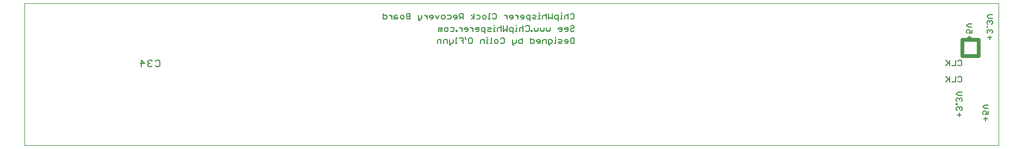
<source format=gbr>
G75*
%MOIN*%
%OFA0B0*%
%FSLAX24Y24*%
%IPPOS*%
%LPD*%
%AMOC8*
5,1,8,0,0,1.08239X$1,22.5*
%
%ADD10C,0.0000*%
%ADD11C,0.0240*%
%ADD12C,0.0060*%
%ADD13C,0.0080*%
D10*
X003851Y002794D02*
X003851Y011539D01*
X063593Y011539D01*
X063593Y002794D01*
X003851Y002794D01*
X003851Y005094D02*
X003851Y009494D01*
X016901Y011544D02*
X021301Y011544D01*
X041901Y011544D02*
X046301Y011544D01*
D11*
X061351Y009294D02*
X061351Y008294D01*
X062351Y008294D01*
X062351Y009294D01*
X061351Y009294D01*
D12*
X061687Y009438D02*
X061914Y009438D01*
X061801Y009551D02*
X061801Y009324D01*
X062937Y009438D02*
X063164Y009438D01*
X063051Y009551D02*
X063051Y009324D01*
X063164Y009693D02*
X063221Y009749D01*
X063221Y009863D01*
X063164Y009920D01*
X063107Y009920D01*
X063051Y009863D01*
X062994Y009920D01*
X062937Y009920D01*
X062881Y009863D01*
X062881Y009749D01*
X062937Y009693D01*
X063051Y009806D02*
X063051Y009863D01*
X062937Y010061D02*
X062937Y010118D01*
X062881Y010118D01*
X062881Y010061D01*
X062937Y010061D01*
X062937Y010245D02*
X062881Y010302D01*
X062881Y010415D01*
X062937Y010472D01*
X062994Y010472D01*
X063051Y010415D01*
X063051Y010359D01*
X063051Y010415D02*
X063107Y010472D01*
X063164Y010472D01*
X063221Y010415D01*
X063221Y010302D01*
X063164Y010245D01*
X063221Y010613D02*
X062994Y010613D01*
X062881Y010727D01*
X062994Y010840D01*
X063221Y010840D01*
X061971Y010288D02*
X061744Y010288D01*
X061631Y010174D01*
X061744Y010061D01*
X061971Y010061D01*
X061971Y009920D02*
X061971Y009693D01*
X061801Y009693D01*
X061857Y009806D01*
X061857Y009863D01*
X061801Y009920D01*
X061687Y009920D01*
X061631Y009863D01*
X061631Y009749D01*
X061687Y009693D01*
X061264Y008040D02*
X061321Y007983D01*
X061321Y007756D01*
X061264Y007699D01*
X061150Y007699D01*
X061094Y007756D01*
X060952Y007699D02*
X060725Y007699D01*
X060584Y007699D02*
X060584Y008040D01*
X060527Y007870D02*
X060357Y007699D01*
X060584Y007813D02*
X060357Y008040D01*
X060952Y008040D02*
X060952Y007699D01*
X061094Y007983D02*
X061150Y008040D01*
X061264Y008040D01*
X061264Y007040D02*
X061321Y006983D01*
X061321Y006756D01*
X061264Y006699D01*
X061150Y006699D01*
X061094Y006756D01*
X060952Y006699D02*
X060725Y006699D01*
X060584Y006699D02*
X060584Y007040D01*
X060527Y006870D02*
X060357Y006699D01*
X060584Y006813D02*
X060357Y007040D01*
X060952Y007040D02*
X060952Y006699D01*
X061094Y006983D02*
X061150Y007040D01*
X061264Y007040D01*
X061346Y006090D02*
X061119Y006090D01*
X061006Y005977D01*
X061119Y005863D01*
X061346Y005863D01*
X061289Y005722D02*
X061232Y005722D01*
X061176Y005665D01*
X061119Y005722D01*
X061062Y005722D01*
X061006Y005665D01*
X061006Y005552D01*
X061062Y005495D01*
X061062Y005368D02*
X061006Y005368D01*
X061006Y005311D01*
X061062Y005311D01*
X061062Y005368D01*
X061062Y005170D02*
X061006Y005113D01*
X061006Y004999D01*
X061062Y004943D01*
X061176Y005056D02*
X061176Y005113D01*
X061119Y005170D01*
X061062Y005170D01*
X061176Y005113D02*
X061232Y005170D01*
X061289Y005170D01*
X061346Y005113D01*
X061346Y004999D01*
X061289Y004943D01*
X061176Y004801D02*
X061176Y004574D01*
X061289Y004688D02*
X061062Y004688D01*
X062631Y004749D02*
X062687Y004693D01*
X062631Y004749D02*
X062631Y004863D01*
X062687Y004920D01*
X062801Y004920D01*
X062857Y004863D01*
X062857Y004806D01*
X062801Y004693D01*
X062971Y004693D01*
X062971Y004920D01*
X062971Y005061D02*
X062744Y005061D01*
X062631Y005174D01*
X062744Y005288D01*
X062971Y005288D01*
X061346Y005552D02*
X061346Y005665D01*
X061289Y005722D01*
X061176Y005665D02*
X061176Y005609D01*
X061289Y005495D02*
X061346Y005552D01*
X062801Y004551D02*
X062801Y004324D01*
X062914Y004438D02*
X062687Y004438D01*
X037571Y009074D02*
X037400Y009074D01*
X037344Y009131D01*
X037344Y009358D01*
X037400Y009415D01*
X037571Y009415D01*
X037571Y009074D01*
X037202Y009131D02*
X037146Y009074D01*
X037032Y009074D01*
X036975Y009188D02*
X037202Y009188D01*
X037202Y009131D02*
X037202Y009245D01*
X037146Y009301D01*
X037032Y009301D01*
X036975Y009245D01*
X036975Y009188D01*
X036834Y009245D02*
X036777Y009301D01*
X036607Y009301D01*
X036664Y009188D02*
X036777Y009188D01*
X036834Y009245D01*
X036664Y009188D02*
X036607Y009131D01*
X036664Y009074D01*
X036834Y009074D01*
X036466Y009074D02*
X036352Y009074D01*
X036409Y009074D02*
X036409Y009301D01*
X036466Y009301D01*
X036409Y009415D02*
X036409Y009471D01*
X036220Y009245D02*
X036220Y009131D01*
X036163Y009074D01*
X035993Y009074D01*
X035993Y009018D02*
X035993Y009301D01*
X036163Y009301D01*
X036220Y009245D01*
X035852Y009301D02*
X035682Y009301D01*
X035625Y009245D01*
X035625Y009074D01*
X035484Y009131D02*
X035427Y009074D01*
X035313Y009074D01*
X035257Y009188D02*
X035484Y009188D01*
X035484Y009131D02*
X035484Y009245D01*
X035427Y009301D01*
X035313Y009301D01*
X035257Y009245D01*
X035257Y009188D01*
X035115Y009131D02*
X035115Y009245D01*
X035058Y009301D01*
X034888Y009301D01*
X034888Y009415D02*
X034888Y009074D01*
X035058Y009074D01*
X035115Y009131D01*
X035852Y009074D02*
X035852Y009301D01*
X035993Y009018D02*
X036050Y008961D01*
X036107Y008961D01*
X034379Y009074D02*
X034379Y009415D01*
X034379Y009301D02*
X034208Y009301D01*
X034152Y009245D01*
X034152Y009131D01*
X034208Y009074D01*
X034379Y009074D01*
X034010Y009131D02*
X033954Y009074D01*
X033783Y009074D01*
X033783Y009018D02*
X033840Y008961D01*
X033897Y008961D01*
X033783Y009018D02*
X033783Y009301D01*
X034010Y009301D02*
X034010Y009131D01*
X033274Y009131D02*
X033217Y009074D01*
X033103Y009074D01*
X033047Y009131D01*
X032905Y009131D02*
X032849Y009074D01*
X032735Y009074D01*
X032678Y009131D01*
X032678Y009245D01*
X032735Y009301D01*
X032849Y009301D01*
X032905Y009245D01*
X032905Y009131D01*
X033047Y009358D02*
X033103Y009415D01*
X033217Y009415D01*
X033274Y009358D01*
X033274Y009131D01*
X032537Y009074D02*
X032424Y009074D01*
X032480Y009074D02*
X032480Y009415D01*
X032537Y009415D01*
X032291Y009301D02*
X032235Y009301D01*
X032235Y009074D01*
X032291Y009074D02*
X032178Y009074D01*
X032046Y009074D02*
X032046Y009301D01*
X031876Y009301D01*
X031819Y009245D01*
X031819Y009074D01*
X031309Y009131D02*
X031253Y009074D01*
X031139Y009074D01*
X031082Y009131D01*
X031082Y009358D01*
X031139Y009415D01*
X031253Y009415D01*
X031309Y009358D01*
X031309Y009131D01*
X030941Y009301D02*
X030884Y009358D01*
X030884Y009471D01*
X030757Y009415D02*
X030530Y009415D01*
X030388Y009415D02*
X030332Y009415D01*
X030332Y009074D01*
X030388Y009074D02*
X030275Y009074D01*
X030143Y009131D02*
X030086Y009074D01*
X029916Y009074D01*
X029916Y009018D02*
X029973Y008961D01*
X030030Y008961D01*
X029916Y009018D02*
X029916Y009301D01*
X029775Y009301D02*
X029604Y009301D01*
X029548Y009245D01*
X029548Y009074D01*
X029406Y009074D02*
X029406Y009301D01*
X029236Y009301D01*
X029179Y009245D01*
X029179Y009074D01*
X029775Y009074D02*
X029775Y009301D01*
X030143Y009301D02*
X030143Y009131D01*
X030643Y009245D02*
X030757Y009245D01*
X030757Y009415D02*
X030757Y009074D01*
X032235Y009415D02*
X032235Y009471D01*
X032107Y009711D02*
X032107Y010051D01*
X031937Y010051D01*
X031880Y009995D01*
X031880Y009881D01*
X031937Y009824D01*
X032107Y009824D01*
X032249Y009881D02*
X032305Y009824D01*
X032476Y009824D01*
X032419Y009938D02*
X032476Y009995D01*
X032419Y010051D01*
X032249Y010051D01*
X032305Y009938D02*
X032419Y009938D01*
X032305Y009938D02*
X032249Y009881D01*
X032608Y009824D02*
X032721Y009824D01*
X032664Y009824D02*
X032664Y010051D01*
X032721Y010051D01*
X032664Y010165D02*
X032664Y010221D01*
X032863Y009995D02*
X032919Y010051D01*
X033033Y010051D01*
X033089Y009995D01*
X033089Y010165D02*
X033089Y009824D01*
X033231Y009824D02*
X033344Y009938D01*
X033458Y009824D01*
X033458Y010165D01*
X033599Y009995D02*
X033656Y010051D01*
X033826Y010051D01*
X033826Y009711D01*
X033826Y009824D02*
X033656Y009824D01*
X033599Y009881D01*
X033599Y009995D01*
X033958Y009824D02*
X034072Y009824D01*
X034015Y009824D02*
X034015Y010051D01*
X034072Y010051D01*
X034015Y010165D02*
X034015Y010221D01*
X034213Y009995D02*
X034270Y010051D01*
X034383Y010051D01*
X034440Y009995D01*
X034440Y010165D02*
X034440Y009824D01*
X034581Y009881D02*
X034638Y009824D01*
X034752Y009824D01*
X034808Y009881D01*
X034808Y010108D01*
X034752Y010165D01*
X034638Y010165D01*
X034581Y010108D01*
X034213Y009995D02*
X034213Y009824D01*
X034936Y009824D02*
X034936Y009881D01*
X034992Y009881D01*
X034992Y009824D01*
X034936Y009824D01*
X035134Y009881D02*
X035134Y010051D01*
X035134Y009881D02*
X035191Y009824D01*
X035247Y009881D01*
X035304Y009824D01*
X035361Y009881D01*
X035361Y010051D01*
X035502Y010051D02*
X035502Y009881D01*
X035559Y009824D01*
X035616Y009881D01*
X035672Y009824D01*
X035729Y009881D01*
X035729Y010051D01*
X035871Y010051D02*
X035871Y009881D01*
X035927Y009824D01*
X035984Y009881D01*
X036041Y009824D01*
X036097Y009881D01*
X036097Y010051D01*
X036607Y009995D02*
X036607Y009938D01*
X036834Y009938D01*
X036834Y009995D02*
X036777Y010051D01*
X036664Y010051D01*
X036607Y009995D01*
X036664Y009824D02*
X036777Y009824D01*
X036834Y009881D01*
X036834Y009995D01*
X036975Y009995D02*
X037032Y010051D01*
X037146Y010051D01*
X037202Y009995D01*
X037202Y009881D01*
X037146Y009824D01*
X037032Y009824D01*
X036975Y009938D02*
X037202Y009938D01*
X037344Y009938D02*
X037344Y009881D01*
X037400Y009824D01*
X037514Y009824D01*
X037571Y009881D01*
X037514Y009995D02*
X037400Y009995D01*
X037344Y009938D01*
X037344Y010108D02*
X037400Y010165D01*
X037514Y010165D01*
X037571Y010108D01*
X037571Y010051D01*
X037514Y009995D01*
X036975Y009995D02*
X036975Y009938D01*
X036588Y010461D02*
X036588Y010801D01*
X036418Y010801D01*
X036362Y010745D01*
X036362Y010631D01*
X036418Y010574D01*
X036588Y010574D01*
X036721Y010574D02*
X036834Y010574D01*
X036777Y010574D02*
X036777Y010801D01*
X036834Y010801D01*
X036777Y010915D02*
X036777Y010971D01*
X036975Y010745D02*
X037032Y010801D01*
X037146Y010801D01*
X037202Y010745D01*
X037202Y010915D02*
X037202Y010574D01*
X037344Y010631D02*
X037400Y010574D01*
X037514Y010574D01*
X037571Y010631D01*
X037571Y010858D01*
X037514Y010915D01*
X037400Y010915D01*
X037344Y010858D01*
X036975Y010745D02*
X036975Y010574D01*
X036220Y010574D02*
X036220Y010915D01*
X035993Y010915D02*
X035993Y010574D01*
X036107Y010688D01*
X036220Y010574D01*
X035852Y010574D02*
X035852Y010915D01*
X035795Y010801D02*
X035682Y010801D01*
X035625Y010745D01*
X035625Y010574D01*
X035484Y010574D02*
X035370Y010574D01*
X035427Y010574D02*
X035427Y010801D01*
X035484Y010801D01*
X035427Y010915D02*
X035427Y010971D01*
X035238Y010745D02*
X035181Y010801D01*
X035011Y010801D01*
X035068Y010688D02*
X035011Y010631D01*
X035068Y010574D01*
X035238Y010574D01*
X035181Y010688D02*
X035238Y010745D01*
X035181Y010688D02*
X035068Y010688D01*
X034870Y010801D02*
X034700Y010801D01*
X034643Y010745D01*
X034643Y010631D01*
X034700Y010574D01*
X034870Y010574D01*
X034870Y010461D02*
X034870Y010801D01*
X034501Y010745D02*
X034445Y010801D01*
X034331Y010801D01*
X034274Y010745D01*
X034274Y010688D01*
X034501Y010688D01*
X034501Y010631D02*
X034501Y010745D01*
X034501Y010631D02*
X034445Y010574D01*
X034331Y010574D01*
X034133Y010574D02*
X034133Y010801D01*
X034133Y010688D02*
X034020Y010801D01*
X033963Y010801D01*
X033826Y010745D02*
X033769Y010801D01*
X033656Y010801D01*
X033599Y010745D01*
X033599Y010688D01*
X033826Y010688D01*
X033826Y010631D02*
X033826Y010745D01*
X033826Y010631D02*
X033769Y010574D01*
X033656Y010574D01*
X033458Y010574D02*
X033458Y010801D01*
X033458Y010688D02*
X033344Y010801D01*
X033288Y010801D01*
X032783Y010858D02*
X032783Y010631D01*
X032726Y010574D01*
X032612Y010574D01*
X032556Y010631D01*
X032414Y010574D02*
X032301Y010574D01*
X032358Y010574D02*
X032358Y010915D01*
X032414Y010915D01*
X032556Y010858D02*
X032612Y010915D01*
X032726Y010915D01*
X032783Y010858D01*
X032169Y010745D02*
X032169Y010631D01*
X032112Y010574D01*
X031999Y010574D01*
X031942Y010631D01*
X031942Y010745D01*
X031999Y010801D01*
X032112Y010801D01*
X032169Y010745D01*
X031800Y010745D02*
X031744Y010801D01*
X031574Y010801D01*
X031432Y010688D02*
X031262Y010801D01*
X031432Y010688D02*
X031262Y010574D01*
X031432Y010574D02*
X031432Y010915D01*
X031800Y010745D02*
X031800Y010631D01*
X031744Y010574D01*
X031574Y010574D01*
X030757Y010574D02*
X030757Y010915D01*
X030587Y010915D01*
X030530Y010858D01*
X030530Y010745D01*
X030587Y010688D01*
X030757Y010688D01*
X030643Y010688D02*
X030530Y010574D01*
X030389Y010631D02*
X030332Y010574D01*
X030218Y010574D01*
X030162Y010688D02*
X030389Y010688D01*
X030389Y010745D02*
X030332Y010801D01*
X030218Y010801D01*
X030162Y010745D01*
X030162Y010688D01*
X030020Y010745D02*
X030020Y010631D01*
X029963Y010574D01*
X029793Y010574D01*
X029652Y010631D02*
X029595Y010574D01*
X029482Y010574D01*
X029425Y010631D01*
X029425Y010745D01*
X029482Y010801D01*
X029595Y010801D01*
X029652Y010745D01*
X029652Y010631D01*
X029793Y010801D02*
X029963Y010801D01*
X030020Y010745D01*
X030389Y010745D02*
X030389Y010631D01*
X029284Y010801D02*
X029170Y010574D01*
X029057Y010801D01*
X028915Y010745D02*
X028859Y010801D01*
X028745Y010801D01*
X028688Y010745D01*
X028688Y010688D01*
X028915Y010688D01*
X028915Y010631D02*
X028915Y010745D01*
X028915Y010631D02*
X028859Y010574D01*
X028745Y010574D01*
X028547Y010574D02*
X028547Y010801D01*
X028547Y010688D02*
X028433Y010801D01*
X028377Y010801D01*
X028240Y010801D02*
X028240Y010631D01*
X028183Y010574D01*
X028013Y010574D01*
X028013Y010518D02*
X028070Y010461D01*
X028127Y010461D01*
X028013Y010518D02*
X028013Y010801D01*
X027503Y010745D02*
X027333Y010745D01*
X027277Y010688D01*
X027277Y010631D01*
X027333Y010574D01*
X027503Y010574D01*
X027503Y010915D01*
X027333Y010915D01*
X027277Y010858D01*
X027277Y010801D01*
X027333Y010745D01*
X027135Y010745D02*
X027135Y010631D01*
X027078Y010574D01*
X026965Y010574D01*
X026908Y010631D01*
X026908Y010745D01*
X026965Y010801D01*
X027078Y010801D01*
X027135Y010745D01*
X026767Y010631D02*
X026710Y010688D01*
X026540Y010688D01*
X026540Y010745D02*
X026540Y010574D01*
X026710Y010574D01*
X026767Y010631D01*
X026710Y010801D02*
X026597Y010801D01*
X026540Y010745D01*
X026398Y010801D02*
X026398Y010574D01*
X026398Y010688D02*
X026285Y010801D01*
X026228Y010801D01*
X026092Y010745D02*
X026035Y010801D01*
X025865Y010801D01*
X025865Y010915D02*
X025865Y010574D01*
X026035Y010574D01*
X026092Y010631D01*
X026092Y010745D01*
X029241Y009995D02*
X029241Y009824D01*
X029354Y009824D02*
X029354Y009995D01*
X029298Y010051D01*
X029241Y009995D01*
X029354Y009995D02*
X029411Y010051D01*
X029468Y010051D01*
X029468Y009824D01*
X029609Y009881D02*
X029666Y009824D01*
X029779Y009824D01*
X029836Y009881D01*
X029836Y009995D01*
X029779Y010051D01*
X029666Y010051D01*
X029609Y009995D01*
X029609Y009881D01*
X029977Y009824D02*
X030148Y009824D01*
X030204Y009881D01*
X030204Y009995D01*
X030148Y010051D01*
X029977Y010051D01*
X030332Y009881D02*
X030332Y009824D01*
X030389Y009824D01*
X030389Y009881D01*
X030332Y009881D01*
X030525Y010051D02*
X030582Y010051D01*
X030695Y009938D01*
X030695Y010051D02*
X030695Y009824D01*
X030837Y009938D02*
X031064Y009938D01*
X031064Y009995D02*
X031007Y010051D01*
X030894Y010051D01*
X030837Y009995D01*
X030837Y009938D01*
X030894Y009824D02*
X031007Y009824D01*
X031064Y009881D01*
X031064Y009995D01*
X031201Y010051D02*
X031257Y010051D01*
X031371Y009938D01*
X031371Y010051D02*
X031371Y009824D01*
X031512Y009938D02*
X031739Y009938D01*
X031739Y009995D02*
X031682Y010051D01*
X031569Y010051D01*
X031512Y009995D01*
X031512Y009938D01*
X031569Y009824D02*
X031682Y009824D01*
X031739Y009881D01*
X031739Y009995D01*
X032863Y009995D02*
X032863Y009824D01*
X033231Y009824D02*
X033231Y010165D01*
X035795Y010801D02*
X035852Y010745D01*
D13*
X012161Y007985D02*
X012161Y007704D01*
X012091Y007634D01*
X011950Y007634D01*
X011880Y007704D01*
X011700Y007704D02*
X011630Y007634D01*
X011490Y007634D01*
X011420Y007704D01*
X011420Y007775D01*
X011490Y007845D01*
X011560Y007845D01*
X011490Y007845D02*
X011420Y007915D01*
X011420Y007985D01*
X011490Y008055D01*
X011630Y008055D01*
X011700Y007985D01*
X011880Y007985D02*
X011950Y008055D01*
X012091Y008055D01*
X012161Y007985D01*
X011240Y007845D02*
X010960Y007845D01*
X011030Y008055D02*
X011240Y007845D01*
X011030Y008055D02*
X011030Y007634D01*
M02*

</source>
